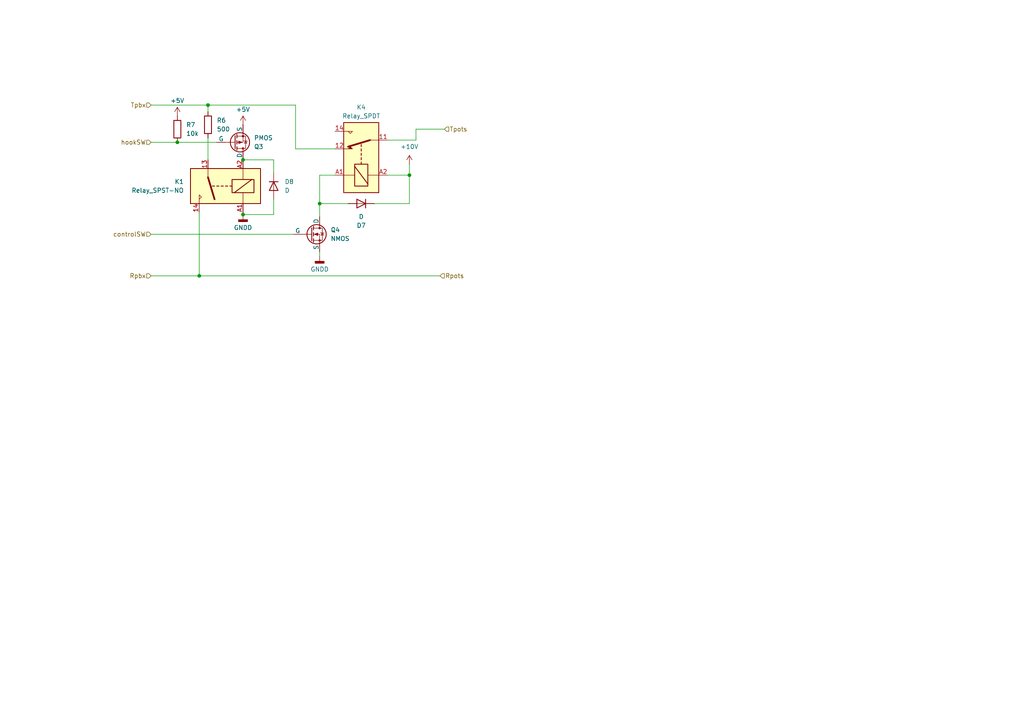
<source format=kicad_sch>
(kicad_sch (version 20250114) (generator "eeschema") (generator_version "9.0")
  (paper "A4")
  (lib_symbols
    (symbol "Device:D" (pin_numbers (hide yes)) (pin_names (offset 1.016) (hide yes))
      (property "Reference" "D" (at 0 2.54 0))
      (property "Value" "D" (at 0 -2.54 0))
      (symbol "D_0_1"
        (polyline (pts (xy -1.27 1.27) (xy -1.27 -1.27)) (stroke (width 0.254)))
        (polyline (pts (xy 1.27 1.27) (xy 1.27 -1.27) (xy -1.27 0) (xy 1.27 1.27)) (stroke (width 0.254)))
        (polyline (pts (xy 1.27 0) (xy -1.27 0)))
      )
      (symbol "D_1_1"
        (pin passive line (at -3.81 0 0) (length 2.54) (name "K") (number "1"))
        (pin passive line (at 3.81 0 180) (length 2.54) (name "A") (number "2"))
      )
    )
    (symbol "Device:R" (pin_numbers (hide yes)) (pin_names (offset 0))
      (property "Reference" "R" (at 2.032 0 90))
      (property "Value" "R" (at 0 0 90))
      (symbol "R_0_1"
        (rectangle (start -1.016 -2.54) (end 1.016 2.54) (stroke (width 0.254)))
      )
      (symbol "R_1_1"
        (pin passive line (at 0 3.81 270) (length 1.27) (name "~") (number "1"))
        (pin passive line (at 0 -3.81 90) (length 1.27) (name "~") (number "2"))
      )
    )
    (symbol "Relay:Relay_SPDT"
      (property "Reference" "K" (at 11.43 3.81 0))
      (property "Value" "Relay_SPDT" (at 11.43 1.27 0))
      (symbol "Relay_SPDT_0_0"
        (polyline (pts (xy 7.62 5.08) (xy 7.62 2.54) (xy 6.985 3.175) (xy 7.62 3.81)))
      )
      (symbol "Relay_SPDT_0_1"
        (rectangle (start -10.16 5.08) (end 10.16 -5.08) (stroke (width 0.254)) (fill (type background)))
        (rectangle (start -8.255 1.905) (end -1.905 -1.905) (stroke (width 0.254)))
        (polyline (pts (xy -7.62 -1.905) (xy -2.54 1.905)) (stroke (width 0.254)))
        (polyline (pts (xy -5.08 5.08) (xy -5.08 1.905)))
        (polyline (pts (xy -5.08 -5.08) (xy -5.08 -1.905)))
        (polyline (pts (xy -1.905 0) (xy -1.27 0)) (stroke (width 0.254)))
        (polyline (pts (xy -0.635 0) (xy 0 0)) (stroke (width 0.254)))
        (polyline (pts (xy 0.635 0) (xy 1.27 0)) (stroke (width 0.254)))
        (polyline (pts (xy 1.905 0) (xy 2.54 0)) (stroke (width 0.254)))
        (polyline (pts (xy 2.54 5.08) (xy 2.54 2.54) (xy 3.175 3.175) (xy 2.54 3.81)) (fill (type outline)))
        (polyline (pts (xy 3.175 0) (xy 3.81 0)) (stroke (width 0.254)))
        (polyline (pts (xy 5.08 -2.54) (xy 3.175 3.81)) (stroke (width 0.508)))
        (polyline (pts (xy 5.08 -2.54) (xy 5.08 -5.08)))
      )
      (symbol "Relay_SPDT_1_1"
        (pin passive line (at -5.08 7.62 270) (length 2.54) (name "~") (number "A1"))
        (pin passive line (at -5.08 -7.62 90) (length 2.54) (name "~") (number "A2"))
        (pin passive line (at 2.54 7.62 270) (length 2.54) (name "~") (number "12"))
        (pin passive line (at 5.08 -7.62 90) (length 2.54) (name "~") (number "11"))
        (pin passive line (at 7.62 7.62 270) (length 2.54) (name "~") (number "14"))
      )
    )
    (symbol "Relay:Relay_SPST-NO"
      (property "Reference" "K" (at 11.43 3.81 0))
      (property "Value" "Relay_SPST-NO" (at 11.43 1.27 0))
      (symbol "Relay_SPST-NO_0_0"
        (polyline (pts (xy 7.62 5.08) (xy 7.62 2.54) (xy 6.985 3.175) (xy 7.62 3.81)))
      )
      (symbol "Relay_SPST-NO_0_1"
        (rectangle (start -10.16 5.08) (end 10.16 -5.08) (stroke (width 0.254)) (fill (type background)))
        (rectangle (start -8.255 1.905) (end -1.905 -1.905) (stroke (width 0.254)))
        (polyline (pts (xy -7.62 -1.905) (xy -2.54 1.905)) (stroke (width 0.254)))
        (polyline (pts (xy -5.08 5.08) (xy -5.08 1.905)))
        (polyline (pts (xy -5.08 -5.08) (xy -5.08 -1.905)))
        (polyline (pts (xy -1.905 0) (xy -1.27 0)) (stroke (width 0.254)))
        (polyline (pts (xy -0.635 0) (xy 0 0)) (stroke (width 0.254)))
        (polyline (pts (xy 0.635 0) (xy 1.27 0)) (stroke (width 0.254)))
        (polyline (pts (xy 1.905 0) (xy 2.54 0)) (stroke (width 0.254)))
        (polyline (pts (xy 3.175 0) (xy 3.81 0)) (stroke (width 0.254)))
        (polyline (pts (xy 5.08 -2.54) (xy 3.175 3.81)) (stroke (width 0.508)))
        (polyline (pts (xy 5.08 -2.54) (xy 5.08 -5.08)))
      )
      (symbol "Relay_SPST-NO_1_1"
        (pin passive line (at -5.08 7.62 270) (length 2.54) (name "~") (number "A1"))
        (pin passive line (at -5.08 -7.62 90) (length 2.54) (name "~") (number "A2"))
        (pin passive line (at 5.08 -7.62 90) (length 2.54) (name "~") (number "13"))
        (pin passive line (at 7.62 7.62 270) (length 2.54) (name "~") (number "14"))
      )
    )
    (symbol "Simulation_SPICE:NMOS" (pin_numbers (hide yes)) (pin_names (offset 0))
      (property "Reference" "Q" (at 5.08 1.27 0))
      (property "Value" "NMOS" (at 5.08 -1.27 0))
      (symbol "NMOS_0_1"
        (polyline (pts (xy 0.254 1.905) (xy 0.254 -1.905)) (stroke (width 0.254)))
        (polyline (pts (xy 0.254 0) (xy -2.54 0)))
        (polyline (pts (xy 0.762 2.286) (xy 0.762 1.27)) (stroke (width 0.254)))
        (polyline (pts (xy 0.762 0.508) (xy 0.762 -0.508)) (stroke (width 0.254)))
        (polyline (pts (xy 0.762 -1.27) (xy 0.762 -2.286)) (stroke (width 0.254)))
        (polyline (pts (xy 0.762 -1.778) (xy 3.302 -1.778) (xy 3.302 1.778) (xy 0.762 1.778)))
        (polyline (pts (xy 1.016 0) (xy 2.032 0.381) (xy 2.032 -0.381) (xy 1.016 0)) (fill (type outline)))
        (circle (center 1.651 0) (radius 2.794) (stroke (width 0.254)))
        (polyline (pts (xy 2.54 2.54) (xy 2.54 1.778)))
        (circle (center 2.54 1.778) (radius 0.254) (fill (type outline)))
        (circle (center 2.54 -1.778) (radius 0.254) (fill (type outline)))
        (polyline (pts (xy 2.54 -2.54) (xy 2.54 0) (xy 0.762 0)))
        (polyline (pts (xy 2.794 0.508) (xy 2.921 0.381) (xy 3.683 0.381) (xy 3.81 0.254)))
        (polyline (pts (xy 3.302 0.381) (xy 2.921 -0.254) (xy 3.683 -0.254) (xy 3.302 0.381)))
      )
      (symbol "NMOS_1_1"
        (pin input line (at -5.08 0 0) (length 2.54) (name "G") (number "2"))
        (pin passive line (at 2.54 5.08 270) (length 2.54) (name "D") (number "1"))
        (pin passive line (at 2.54 -5.08 90) (length 2.54) (name "S") (number "3"))
      )
    )
    (symbol "Simulation_SPICE:PMOS" (pin_numbers (hide yes)) (pin_names (offset 0))
      (property "Reference" "Q" (at 5.08 1.27 0))
      (property "Value" "PMOS" (at 5.08 -1.27 0))
      (symbol "PMOS_0_1"
        (polyline (pts (xy 0.254 1.905) (xy 0.254 -1.905)) (stroke (width 0.254)))
        (polyline (pts (xy 0.254 0) (xy -2.54 0)))
        (polyline (pts (xy 0.762 2.286) (xy 0.762 1.27)) (stroke (width 0.254)))
        (polyline (pts (xy 0.762 1.778) (xy 3.302 1.778) (xy 3.302 -1.778) (xy 0.762 -1.778)))
        (polyline (pts (xy 0.762 0.508) (xy 0.762 -0.508)) (stroke (width 0.254)))
        (polyline (pts (xy 0.762 -1.27) (xy 0.762 -2.286)) (stroke (width 0.254)))
        (circle (center 1.651 0) (radius 2.794) (stroke (width 0.254)))
        (polyline (pts (xy 2.286 0) (xy 1.27 0.381) (xy 1.27 -0.381) (xy 2.286 0)) (fill (type outline)))
        (polyline (pts (xy 2.54 2.54) (xy 2.54 1.778)))
        (circle (center 2.54 1.778) (radius 0.254) (fill (type outline)))
        (circle (center 2.54 -1.778) (radius 0.254) (fill (type outline)))
        (polyline (pts (xy 2.54 -2.54) (xy 2.54 0) (xy 0.762 0)))
        (polyline (pts (xy 2.794 -0.508) (xy 2.921 -0.381) (xy 3.683 -0.381) (xy 3.81 -0.254)))
        (polyline (pts (xy 3.302 -0.381) (xy 2.921 0.254) (xy 3.683 0.254) (xy 3.302 -0.381)))
      )
      (symbol "PMOS_1_1"
        (pin input line (at -5.08 0 0) (length 2.54) (name "G") (number "2"))
        (pin passive line (at 2.54 5.08 270) (length 2.54) (name "D") (number "1"))
        (pin passive line (at 2.54 -5.08 90) (length 2.54) (name "S") (number "3"))
      )
    )
    (symbol "power:+10V" (power) (pin_numbers (hide yes)) (pin_names (offset 0) (hide yes))
      (property "Value" "+10V" (at 0 3.556 0))
      (symbol "+10V_0_1"
        (polyline (pts (xy -0.762 1.27) (xy 0 2.54)))
        (polyline (pts (xy 0 2.54) (xy 0.762 1.27)))
        (polyline (pts (xy 0 0) (xy 0 2.54)))
      )
      (symbol "+10V_1_1"
        (pin power_in line (at 0 0 90) (length 0) (name "~") (number "1"))
      )
    )
    (symbol "power:+5V" (power) (pin_numbers (hide yes)) (pin_names (offset 0) (hide yes))
      (property "Value" "+5V" (at 0 3.556 0))
      (symbol "+5V_0_1"
        (polyline (pts (xy -0.762 1.27) (xy 0 2.54)))
        (polyline (pts (xy 0 2.54) (xy 0.762 1.27)))
        (polyline (pts (xy 0 0) (xy 0 2.54)))
      )
      (symbol "+5V_1_1"
        (pin power_in line (at 0 0 90) (length 0) (name "~") (number "1"))
      )
    )
    (symbol "power:GNDD" (power) (pin_numbers (hide yes)) (pin_names (offset 0) (hide yes))
      (property "Value" "GNDD" (at 0 -3.175 0))
      (symbol "GNDD_0_1"
        (rectangle (start -1.27 -1.524) (end 1.27 -2.032) (stroke (width 0.254)) (fill (type outline)))
        (polyline (pts (xy 0 0) (xy 0 -1.524)))
      )
      (symbol "GNDD_1_1"
        (pin power_in line (at 0 0 270) (length 0) (name "~") (number "1"))
      )
    )
  )
  (junction (at 57.785 80.01))
  (junction (at 70.485 46.355))
  (junction (at 118.745 50.8))
  (junction (at 51.435 41.275))
  (junction (at 92.71 59.055))
  (junction (at 70.485 62.23))
  (junction (at 60.325 30.48))
  (wire (pts (xy 60.325 40.005) (xy 60.325 46.355)))
  (wire (pts (xy 100.965 59.055) (xy 92.71 59.055)))
  (wire (pts (xy 92.71 50.8) (xy 92.71 59.055)))
  (wire (pts (xy 60.325 30.48) (xy 85.725 30.48)))
  (wire (pts (xy 112.395 40.64) (xy 120.65 40.64)))
  (wire (pts (xy 57.785 80.01) (xy 43.815 80.01)))
  (wire (pts (xy 85.725 43.18) (xy 97.155 43.18)))
  (wire (pts (xy 79.375 46.355) (xy 70.485 46.355)))
  (wire (pts (xy 60.325 30.48) (xy 60.325 32.385)))
  (wire (pts (xy 112.395 50.8) (xy 118.745 50.8)))
  (wire (pts (xy 79.375 62.23) (xy 79.375 57.785)))
  (wire (pts (xy 43.815 30.48) (xy 60.325 30.48)))
  (wire (pts (xy 70.485 62.23) (xy 79.375 62.23)))
  (wire (pts (xy 43.815 41.275) (xy 51.435 41.275)))
  (wire (pts (xy 118.745 50.8) (xy 118.745 59.055)))
  (wire (pts (xy 118.745 47.625) (xy 118.745 50.8)))
  (wire (pts (xy 92.71 50.8) (xy 97.155 50.8)))
  (wire (pts (xy 108.585 59.055) (xy 118.745 59.055)))
  (wire (pts (xy 85.725 30.48) (xy 85.725 43.18)))
  (wire (pts (xy 57.785 61.595) (xy 57.785 80.01)))
  (wire (pts (xy 57.785 80.01) (xy 127.635 80.01)))
  (wire (pts (xy 120.65 37.465) (xy 128.905 37.465)))
  (wire (pts (xy 92.71 59.055) (xy 92.71 62.865)))
  (wire (pts (xy 43.815 67.945) (xy 85.09 67.945)))
  (wire (pts (xy 79.375 50.165) (xy 79.375 46.355)))
  (wire (pts (xy 70.485 61.595) (xy 70.485 62.23)))
  (wire (pts (xy 92.71 73.025) (xy 92.71 74.295)))
  (wire (pts (xy 51.435 41.275) (xy 62.865 41.275)))
  (wire (pts (xy 120.65 40.64) (xy 120.65 37.465)))
  (hierarchical_label "controlSW" (shape input) (at 43.815 67.945 180))
  (hierarchical_label "Rpbx" (shape input) (at 43.815 80.01 180))
  (hierarchical_label "Tpots" (shape input) (at 128.905 37.465 0))
  (hierarchical_label "hookSW" (shape input) (at 43.815 41.275 180))
  (hierarchical_label "Rpots" (shape input) (at 127.635 80.01 0))
  (hierarchical_label "Tpbx" (shape input) (at 43.815 30.48 180))
  (symbol (lib_id "Simulation_SPICE:NMOS") (at 90.17 67.945 0) (unit 1)
    (property "Reference" "Q4" (at 95.885 66.6749 0) (effects (justify left)))
    (property "Value" "NMOS" (at 95.885 69.2149 0) (effects (justify left)))
    (property "Datasheet" "https://ngspice.sourceforge.io/docs/ngspice-html-manual/manual.xhtml#cha_MOSFETs" (effects (hide yes)))
    (property "Description" "N-MOSFET transistor, drain/source/gate" (effects (hide yes)))
    (property "Sim.Device" "NMOS" (effects (hide yes)))
    (property "Sim.Type" "VDMOS" (effects (hide yes)))
    (property "Sim.Pins" "1=D 2=G 3=S" (effects (hide yes)))
  )
  (symbol (lib_id "Device:R") (at 60.325 36.195 0) (unit 1)
    (property "Reference" "R6" (at 62.865 34.9249 0) (effects (justify left)))
    (property "Value" "500" (at 62.865 37.4649 0) (effects (justify left)))
    (property "Description" "Resistor" (effects (hide yes)))
  )
  (symbol (lib_id "Relay:Relay_SPDT") (at 104.775 45.72 90) (unit 1)
    (property "Reference" "K4" (at 104.775 31.115 90))
    (property "Value" "Relay_SPDT" (at 104.775 33.655 90))
    (property "Description" "Relay SPDT, monostable, EN50005" (effects (hide yes)))
  )
  (symbol (lib_id "Device:D") (at 79.375 53.975 270) (unit 1)
    (property "Reference" "D8" (at 82.55 52.7049 90) (effects (justify left)))
    (property "Value" "D" (at 82.55 55.2449 90) (effects (justify left)))
    (property "Description" "Diode" (effects (hide yes)))
    (property "Sim.Device" "D" (effects (hide yes)))
    (property "Sim.Pins" "1=K 2=A" (effects (hide yes)))
  )
  (symbol (lib_id "power:+10V") (at 118.745 47.625 0) (unit 1)
    (property "Reference" "#PWR051" (effects (hide yes)))
    (property "Value" "+10V" (at 118.745 42.545 0))
    (property "Description" "Power symbol creates a global label with name \"+10V\"" (effects (hide yes)))
  )
  (symbol (lib_id "power:GNDD") (at 70.485 62.23 0) (unit 1)
    (property "Reference" "#PWR049" (effects (hide yes)))
    (property "Value" "GNDD" (at 70.485 66.04 0))
    (property "Description" "Power symbol creates a global label with name \"GNDD\" , digital ground" (effects (hide yes)))
  )
  (symbol (lib_id "power:GNDD") (at 92.71 74.295 0) (unit 1)
    (property "Reference" "#PWR048" (effects (hide yes)))
    (property "Value" "GNDD" (at 92.71 78.105 0))
    (property "Description" "Power symbol creates a global label with name \"GNDD\" , digital ground" (effects (hide yes)))
  )
  (symbol (lib_id "Simulation_SPICE:PMOS") (at 67.945 41.275 0) (mirror x) (unit 1)
    (property "Reference" "Q3" (at 73.66 42.5451 0) (effects (justify left)))
    (property "Value" "PMOS" (at 73.66 40.0051 0) (effects (justify left)))
    (property "Datasheet" "https://ngspice.sourceforge.io/docs/ngspice-html-manual/manual.xhtml#cha_MOSFETs" (effects (hide yes)))
    (property "Description" "P-MOSFET transistor, drain/source/gate" (effects (hide yes)))
    (property "Sim.Device" "PMOS" (effects (hide yes)))
    (property "Sim.Type" "VDMOS" (effects (hide yes)))
    (property "Sim.Pins" "1=D 2=G 3=S" (effects (hide yes)))
  )
  (symbol (lib_id "Device:D") (at 104.775 59.055 0) (mirror y) (unit 1)
    (property "Reference" "D7" (at 104.775 65.405 0))
    (property "Value" "D" (at 104.775 62.865 0))
    (property "Description" "Diode" (effects (hide yes)))
    (property "Sim.Device" "D" (effects (hide yes)))
    (property "Sim.Pins" "1=K 2=A" (effects (hide yes)))
  )
  (symbol (lib_id "power:+5V") (at 51.435 33.655 0) (unit 1)
    (property "Reference" "#PWR044" (effects (hide yes)))
    (property "Value" "+5V" (at 51.435 29.21 0))
    (property "Description" "Power symbol creates a global label with name \"+5V\"" (effects (hide yes)))
  )
  (symbol (lib_id "power:+5V") (at 70.485 36.195 0) (unit 1)
    (property "Reference" "#PWR047" (effects (hide yes)))
    (property "Value" "+5V" (at 70.485 31.75 0))
    (property "Description" "Power symbol creates a global label with name \"+5V\"" (effects (hide yes)))
  )
  (symbol (lib_id "Relay:Relay_SPST-NO") (at 65.405 53.975 180) (unit 1)
    (property "Reference" "K1" (at 53.34 52.705 0) (effects (justify left)))
    (property "Value" "Relay_SPST-NO" (at 53.34 55.245 0) (effects (justify left)))
    (property "Description" "Relay SPST, normally open, EN50005" (effects (hide yes)))
  )
  (symbol (lib_id "Device:R") (at 51.435 37.465 0) (unit 1)
    (property "Reference" "R7" (at 53.975 36.1949 0) (effects (justify left)))
    (property "Value" "10k" (at 53.975 38.7349 0) (effects (justify left)))
    (property "Description" "Resistor" (effects (hide yes)))
  )
)
</source>
